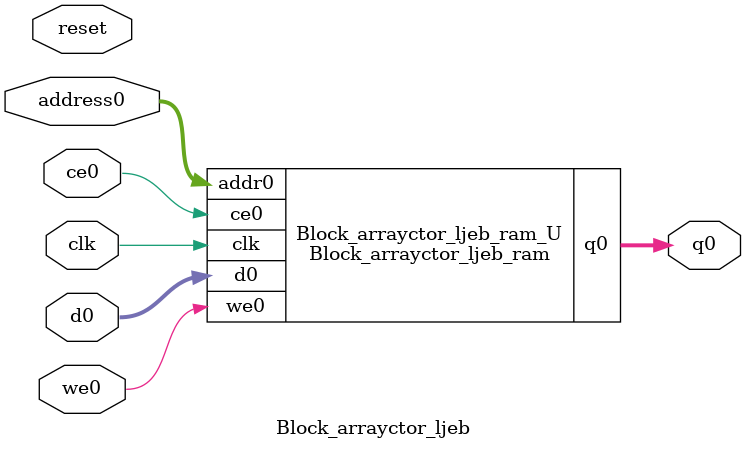
<source format=v>
`timescale 1 ns / 1 ps
module Block_arrayctor_ljeb_ram (addr0, ce0, d0, we0, q0,  clk);

parameter DWIDTH = 5;
parameter AWIDTH = 5;
parameter MEM_SIZE = 32;

input[AWIDTH-1:0] addr0;
input ce0;
input[DWIDTH-1:0] d0;
input we0;
output reg[DWIDTH-1:0] q0;
input clk;

(* ram_style = "distributed" *)reg [DWIDTH-1:0] ram[0:MEM_SIZE-1];




always @(posedge clk)  
begin 
    if (ce0) begin
        if (we0) 
            ram[addr0] <= d0; 
        q0 <= ram[addr0];
    end
end


endmodule

`timescale 1 ns / 1 ps
module Block_arrayctor_ljeb(
    reset,
    clk,
    address0,
    ce0,
    we0,
    d0,
    q0);

parameter DataWidth = 32'd5;
parameter AddressRange = 32'd32;
parameter AddressWidth = 32'd5;
input reset;
input clk;
input[AddressWidth - 1:0] address0;
input ce0;
input we0;
input[DataWidth - 1:0] d0;
output[DataWidth - 1:0] q0;



Block_arrayctor_ljeb_ram Block_arrayctor_ljeb_ram_U(
    .clk( clk ),
    .addr0( address0 ),
    .ce0( ce0 ),
    .we0( we0 ),
    .d0( d0 ),
    .q0( q0 ));

endmodule


</source>
